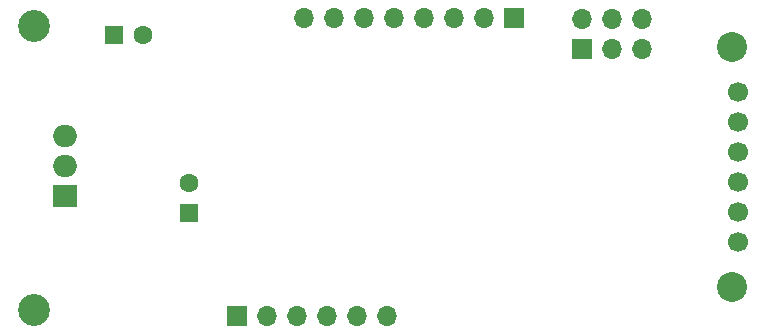
<source format=gbr>
%TF.GenerationSoftware,KiCad,Pcbnew,8.0.1*%
%TF.CreationDate,2024-04-26T19:33:57+02:00*%
%TF.ProjectId,lps-1,6c70732d-312e-46b6-9963-61645f706362,1.01*%
%TF.SameCoordinates,Original*%
%TF.FileFunction,Soldermask,Bot*%
%TF.FilePolarity,Negative*%
%FSLAX46Y46*%
G04 Gerber Fmt 4.6, Leading zero omitted, Abs format (unit mm)*
G04 Created by KiCad (PCBNEW 8.0.1) date 2024-04-26 19:33:57*
%MOMM*%
%LPD*%
G01*
G04 APERTURE LIST*
%ADD10C,2.540000*%
%ADD11C,1.700000*%
%ADD12C,2.700000*%
%ADD13R,2.000000X1.905000*%
%ADD14O,2.000000X1.905000*%
%ADD15R,1.700000X1.700000*%
%ADD16O,1.700000X1.700000*%
%ADD17R,1.600000X1.600000*%
%ADD18C,1.600000*%
G04 APERTURE END LIST*
D10*
%TO.C,J4*%
X125032000Y-80060000D03*
X125032000Y-59740000D03*
D11*
X125540000Y-63550000D03*
X125540000Y-66090000D03*
X125540000Y-68630000D03*
X125540000Y-71170000D03*
X125540000Y-73710000D03*
X125540000Y-76250000D03*
%TD*%
D12*
%TO.C,H4*%
X65975000Y-57975000D03*
%TD*%
D13*
%TO.C,U1*%
X68550000Y-72379999D03*
D14*
X68550000Y-69839999D03*
X68550000Y-67299999D03*
%TD*%
D15*
%TO.C,J5*%
X112375000Y-59905000D03*
D16*
X112375000Y-57365000D03*
X114915000Y-59905000D03*
X114915000Y-57365000D03*
X117455000Y-59905000D03*
X117455000Y-57365000D03*
%TD*%
D17*
%TO.C,C6*%
X72700000Y-58700000D03*
D18*
X75200000Y-58700000D03*
%TD*%
D15*
%TO.C,J6*%
X106630000Y-57290000D03*
D16*
X104090000Y-57290000D03*
X101550000Y-57290000D03*
X99010000Y-57290000D03*
X96470000Y-57290000D03*
X93930000Y-57290000D03*
X91390000Y-57290000D03*
X88850000Y-57290000D03*
%TD*%
D17*
%TO.C,C1*%
X79098257Y-73796363D03*
D18*
X79098257Y-71296363D03*
%TD*%
D12*
%TO.C,H3*%
X65975000Y-82025000D03*
%TD*%
D15*
%TO.C,J15*%
X83125000Y-82500000D03*
D16*
X85665000Y-82500000D03*
X88205000Y-82500000D03*
X90745000Y-82500000D03*
X93285000Y-82500000D03*
X95825000Y-82500000D03*
%TD*%
M02*

</source>
